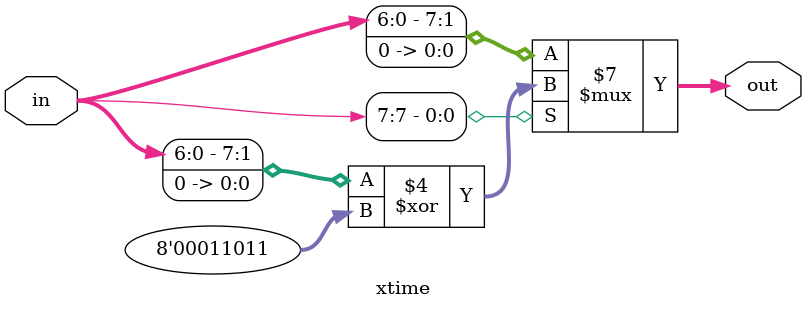
<source format=v>
module xtime(input[7:0] in,  output reg [7:0] out);
//assign anded = (shifted & 8'h40 );

always @(*)
begin
if(in[7]==1)
out= (in<<1)^ (8'h1b) ;
else begin

out<= (in<<1);
end
//
//out = in<<2; //57 is 0101_0111
end 

endmodule	
 

</source>
